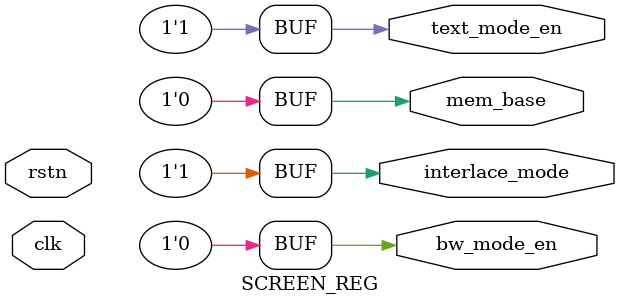
<source format=sv>
module SCREEN_REG #(parameter DW = 16, AW = 3)
( input  logic clk,
  input  logic rstn,

  output logic interlace_mode,
  output logic text_mode_en,
  output logic bw_mode_en,
  output logic mem_base
);

assign interlace_mode = 1'b1;
assign mem_base       = 1'b0;
assign bw_mode_en     = 1'b0;
assign text_mode_en   = 1'b1;

libSink sink_clk(.i(clk));
libSink sink_rst(.i(rstn));

endmodule
//EOF

</source>
